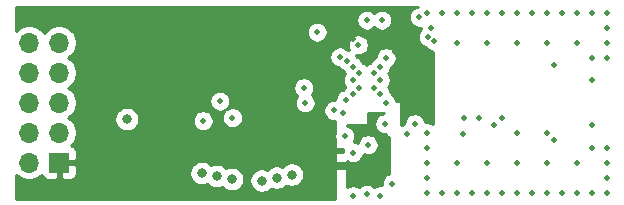
<source format=gbr>
%TF.GenerationSoftware,KiCad,Pcbnew,(5.1.6)-1*%
%TF.CreationDate,2020-07-26T08:56:46-05:00*%
%TF.ProjectId,nanoRT,6e616e6f-5254-42e6-9b69-6361645f7063,rev?*%
%TF.SameCoordinates,Original*%
%TF.FileFunction,Copper,L3,Inr*%
%TF.FilePolarity,Positive*%
%FSLAX46Y46*%
G04 Gerber Fmt 4.6, Leading zero omitted, Abs format (unit mm)*
G04 Created by KiCad (PCBNEW (5.1.6)-1) date 2020-07-26 08:56:46*
%MOMM*%
%LPD*%
G01*
G04 APERTURE LIST*
%TA.AperFunction,ViaPad*%
%ADD10O,1.700000X1.700000*%
%TD*%
%TA.AperFunction,ViaPad*%
%ADD11R,1.700000X1.700000*%
%TD*%
%TA.AperFunction,ViaPad*%
%ADD12C,0.812800*%
%TD*%
%TA.AperFunction,ViaPad*%
%ADD13C,0.508000*%
%TD*%
%TA.AperFunction,Conductor*%
%ADD14C,0.635000*%
%TD*%
%TA.AperFunction,Conductor*%
%ADD15C,0.254000*%
%TD*%
G04 APERTURE END LIST*
D10*
%TO.N,/SPI2_SCK*%
%TO.C,J2*%
X99695000Y-86360000D03*
%TO.N,/GDO1*%
X102235000Y-86360000D03*
%TO.N,/SPI2_~CS*%
X99695000Y-88900000D03*
%TO.N,/GDO0*%
X102235000Y-88900000D03*
%TO.N,/SPI2_MISO*%
X99695000Y-91440000D03*
%TO.N,GND*%
X102235000Y-91440000D03*
%TO.N,/SPI2_MOSI*%
X99695000Y-93980000D03*
%TO.N,GND*%
X102235000Y-93980000D03*
%TO.N,/5V_EXT*%
X99695000Y-96520000D03*
D11*
%TO.N,+3V3*%
X102235000Y-96520000D03*
%TD*%
D12*
%TO.N,GND*%
X121920000Y-97536000D03*
X119380000Y-98044000D03*
X120650000Y-97790000D03*
X116840000Y-97917000D03*
X115570000Y-97663000D03*
X114300000Y-97409000D03*
X107950000Y-92837000D03*
D13*
X132334000Y-93218000D03*
X131699000Y-94107000D03*
X129921000Y-87630000D03*
X129540000Y-84455000D03*
X128270000Y-84455000D03*
X124079000Y-85471000D03*
X123063000Y-91440000D03*
X122936000Y-90170000D03*
X136398000Y-94107000D03*
X139065000Y-93345000D03*
X133985000Y-86233000D03*
X132715000Y-84201000D03*
X133731000Y-85090000D03*
X133477000Y-85852000D03*
X127635000Y-90170000D03*
X128905000Y-90170000D03*
X128905000Y-88900000D03*
X127635000Y-88900000D03*
X127565998Y-86551983D03*
X127124002Y-88389002D03*
X129415998Y-88392000D03*
X129415998Y-90680998D03*
X127127000Y-90678000D03*
X127124002Y-89535000D03*
X129415998Y-89535000D03*
X133350000Y-93980000D03*
X133350000Y-95250000D03*
X133350000Y-96520000D03*
X133350000Y-97790000D03*
X133350000Y-99060000D03*
X134620000Y-99060000D03*
X135890000Y-99060000D03*
X137160000Y-99060000D03*
X138430000Y-99060000D03*
X139700000Y-99060000D03*
X140970000Y-99060000D03*
X142240000Y-99060000D03*
X143510000Y-99060000D03*
X144780000Y-99060000D03*
X146050000Y-99060000D03*
X147320000Y-99060000D03*
X148590000Y-99060000D03*
X148590000Y-97790000D03*
X148590000Y-96520000D03*
X148590000Y-95250000D03*
X148590000Y-87630000D03*
X148590000Y-86360000D03*
X148590000Y-85090000D03*
X148590000Y-83820000D03*
X147320000Y-83820000D03*
X146050000Y-83820000D03*
X144780000Y-83820000D03*
X143510000Y-83820000D03*
X142240000Y-83820000D03*
X140970000Y-83820000D03*
X139700000Y-83820000D03*
X138430000Y-83820000D03*
X137160000Y-83820000D03*
X135890000Y-83820000D03*
X134620000Y-83820000D03*
X133350000Y-83820000D03*
X144145000Y-94615000D03*
X144145000Y-88265000D03*
X147320000Y-89535000D03*
X147320000Y-93345000D03*
X147320000Y-87630000D03*
X147320000Y-95250000D03*
X128397000Y-94996000D03*
X129794000Y-93218000D03*
X126423957Y-94295067D03*
X129413000Y-99314000D03*
X130429000Y-98298000D03*
X128270000Y-99187000D03*
X127127000Y-95665002D03*
X127127000Y-99314000D03*
X139700000Y-92710000D03*
X136525000Y-92710000D03*
X137795000Y-92710000D03*
X135890000Y-96520000D03*
X138430000Y-96520000D03*
X140970000Y-96520000D03*
X143510000Y-96520000D03*
X146050000Y-96520000D03*
X140970000Y-93980000D03*
X143510000Y-93980000D03*
X146050000Y-86360000D03*
X143510000Y-86360000D03*
X140970000Y-86360000D03*
X138430000Y-86360000D03*
X135890000Y-86360000D03*
X114427000Y-92964000D03*
X115824000Y-91313000D03*
X116905998Y-92710000D03*
X126492000Y-91186000D03*
X126619000Y-87884000D03*
X129874002Y-91440000D03*
%TO.N,+3V3*%
X114300000Y-94361000D03*
X115570000Y-94361000D03*
X116586000Y-94234000D03*
X110109000Y-91440000D03*
X111760000Y-92964000D03*
X113411000Y-91313000D03*
X118110000Y-91186000D03*
X117094000Y-91186000D03*
X118999000Y-91186000D03*
X132207000Y-92202000D03*
X131191000Y-84328000D03*
X130556000Y-85090000D03*
X130556000Y-86233000D03*
X130683000Y-87122000D03*
X127074719Y-86042154D03*
X128651000Y-92456000D03*
X124712253Y-89591653D03*
X124201182Y-87087090D03*
%TO.N,/SPI2_MOSI*%
X125985735Y-87567368D03*
%TO.N,/SPI2_~CS*%
X126238000Y-92329000D03*
%TO.N,/GDO0*%
X125489754Y-92106901D03*
%TD*%
D14*
%TO.N,+3V3*%
X127127000Y-96774000D02*
X127381000Y-97028000D01*
X125476000Y-96774000D02*
X127127000Y-96774000D01*
X116586000Y-94234000D02*
X122936000Y-94234000D01*
X122936000Y-94234000D02*
X125476000Y-96774000D01*
%TD*%
D15*
%TO.N,+3V3*%
G36*
X132619141Y-83313651D02*
G01*
X132455688Y-83346164D01*
X132293901Y-83413179D01*
X132148296Y-83510469D01*
X132024469Y-83634296D01*
X131927179Y-83779901D01*
X131860164Y-83941688D01*
X131826000Y-84113441D01*
X131826000Y-84288559D01*
X131860164Y-84460312D01*
X131927179Y-84622099D01*
X132024469Y-84767704D01*
X132148296Y-84891531D01*
X132293901Y-84988821D01*
X132455688Y-85055836D01*
X132627441Y-85090000D01*
X132802559Y-85090000D01*
X132842000Y-85082155D01*
X132842000Y-85177559D01*
X132850662Y-85221103D01*
X132786469Y-85285296D01*
X132689179Y-85430901D01*
X132622164Y-85592688D01*
X132588000Y-85764441D01*
X132588000Y-85939559D01*
X132622164Y-86111312D01*
X132689179Y-86273099D01*
X132786469Y-86418704D01*
X132910296Y-86542531D01*
X133055901Y-86639821D01*
X133217688Y-86706836D01*
X133234674Y-86710215D01*
X133294469Y-86799704D01*
X133418296Y-86923531D01*
X133563901Y-87020821D01*
X133725688Y-87087836D01*
X133858000Y-87114155D01*
X133858000Y-93250244D01*
X133771099Y-93192179D01*
X133609312Y-93125164D01*
X133437559Y-93091000D01*
X133262441Y-93091000D01*
X133216954Y-93100048D01*
X133188836Y-92958688D01*
X133121821Y-92796901D01*
X133024531Y-92651296D01*
X132900704Y-92527469D01*
X132755099Y-92430179D01*
X132593312Y-92363164D01*
X132421559Y-92329000D01*
X132246441Y-92329000D01*
X132074688Y-92363164D01*
X131912901Y-92430179D01*
X131767296Y-92527469D01*
X131643469Y-92651296D01*
X131546179Y-92796901D01*
X131479164Y-92958688D01*
X131445000Y-93130441D01*
X131445000Y-93251107D01*
X131439688Y-93252164D01*
X131277901Y-93319179D01*
X131191000Y-93377244D01*
X131191000Y-91440000D01*
X131188560Y-91415224D01*
X131181333Y-91391399D01*
X131169597Y-91369443D01*
X131153803Y-91350197D01*
X131134557Y-91334403D01*
X131112601Y-91322667D01*
X131088776Y-91315440D01*
X131064000Y-91313000D01*
X130755157Y-91313000D01*
X130728838Y-91180688D01*
X130661823Y-91018901D01*
X130564533Y-90873296D01*
X130440706Y-90749469D01*
X130304998Y-90658792D01*
X130304998Y-90593439D01*
X130270834Y-90421686D01*
X130203819Y-90259899D01*
X130106529Y-90114294D01*
X130100234Y-90107999D01*
X130106529Y-90101704D01*
X130203819Y-89956099D01*
X130270834Y-89794312D01*
X130304998Y-89622559D01*
X130304998Y-89447441D01*
X130270834Y-89275688D01*
X130203819Y-89113901D01*
X130106529Y-88968296D01*
X130101733Y-88963500D01*
X130106529Y-88958704D01*
X130203819Y-88813099D01*
X130270834Y-88651312D01*
X130304998Y-88479559D01*
X130304998Y-88433189D01*
X130342099Y-88417821D01*
X130487704Y-88320531D01*
X130611531Y-88196704D01*
X130708821Y-88051099D01*
X130775836Y-87889312D01*
X130810000Y-87717559D01*
X130810000Y-87542441D01*
X130775836Y-87370688D01*
X130708821Y-87208901D01*
X130611531Y-87063296D01*
X130487704Y-86939469D01*
X130342099Y-86842179D01*
X130180312Y-86775164D01*
X130008559Y-86741000D01*
X129833441Y-86741000D01*
X129661688Y-86775164D01*
X129499901Y-86842179D01*
X129354296Y-86939469D01*
X129230469Y-87063296D01*
X129133179Y-87208901D01*
X129066164Y-87370688D01*
X129032000Y-87542441D01*
X129032000Y-87588811D01*
X128994899Y-87604179D01*
X128849294Y-87701469D01*
X128725467Y-87825296D01*
X128628177Y-87970901D01*
X128587418Y-88069300D01*
X128483901Y-88112179D01*
X128338296Y-88209469D01*
X128270000Y-88277765D01*
X128201704Y-88209469D01*
X128056099Y-88112179D01*
X127954081Y-88069921D01*
X127911823Y-87967903D01*
X127814533Y-87822298D01*
X127690706Y-87698471D01*
X127545101Y-87601181D01*
X127447323Y-87560679D01*
X127406821Y-87462901D01*
X127378953Y-87421194D01*
X127478439Y-87440983D01*
X127653557Y-87440983D01*
X127825310Y-87406819D01*
X127987097Y-87339804D01*
X128132702Y-87242514D01*
X128256529Y-87118687D01*
X128353819Y-86973082D01*
X128420834Y-86811295D01*
X128454998Y-86639542D01*
X128454998Y-86464424D01*
X128420834Y-86292671D01*
X128353819Y-86130884D01*
X128256529Y-85985279D01*
X128132702Y-85861452D01*
X127987097Y-85764162D01*
X127825310Y-85697147D01*
X127653557Y-85662983D01*
X127478439Y-85662983D01*
X127306686Y-85697147D01*
X127144899Y-85764162D01*
X126999294Y-85861452D01*
X126875467Y-85985279D01*
X126778177Y-86130884D01*
X126711162Y-86292671D01*
X126676998Y-86464424D01*
X126676998Y-86639542D01*
X126711162Y-86811295D01*
X126778177Y-86973082D01*
X126806045Y-87014789D01*
X126706559Y-86995000D01*
X126670602Y-86995000D01*
X126552439Y-86876837D01*
X126406834Y-86779547D01*
X126245047Y-86712532D01*
X126073294Y-86678368D01*
X125898176Y-86678368D01*
X125726423Y-86712532D01*
X125564636Y-86779547D01*
X125419031Y-86876837D01*
X125295204Y-87000664D01*
X125197914Y-87146269D01*
X125130899Y-87308056D01*
X125096735Y-87479809D01*
X125096735Y-87654927D01*
X125130899Y-87826680D01*
X125197914Y-87988467D01*
X125295204Y-88134072D01*
X125419031Y-88257899D01*
X125564636Y-88355189D01*
X125726423Y-88422204D01*
X125898176Y-88456368D01*
X125934133Y-88456368D01*
X126052296Y-88574531D01*
X126197901Y-88671821D01*
X126295679Y-88712323D01*
X126336181Y-88810101D01*
X126433471Y-88955706D01*
X126439766Y-88962001D01*
X126433471Y-88968296D01*
X126336181Y-89113901D01*
X126269166Y-89275688D01*
X126235002Y-89447441D01*
X126235002Y-89622559D01*
X126269166Y-89794312D01*
X126336181Y-89956099D01*
X126433471Y-90101704D01*
X126439766Y-90107999D01*
X126436469Y-90111296D01*
X126339179Y-90256901D01*
X126315218Y-90314748D01*
X126232688Y-90331164D01*
X126070901Y-90398179D01*
X125925296Y-90495469D01*
X125801469Y-90619296D01*
X125704179Y-90764901D01*
X125637164Y-90926688D01*
X125603000Y-91098441D01*
X125603000Y-91223010D01*
X125577313Y-91217901D01*
X125402195Y-91217901D01*
X125230442Y-91252065D01*
X125068655Y-91319080D01*
X124923050Y-91416370D01*
X124799223Y-91540197D01*
X124701933Y-91685802D01*
X124634918Y-91847589D01*
X124600754Y-92019342D01*
X124600754Y-92194460D01*
X124634918Y-92366213D01*
X124701933Y-92528000D01*
X124799223Y-92673605D01*
X124923050Y-92797432D01*
X125068655Y-92894722D01*
X125230442Y-92961737D01*
X125402195Y-92995901D01*
X125577313Y-92995901D01*
X125603000Y-92990792D01*
X125603000Y-93953965D01*
X125569121Y-94035755D01*
X125534957Y-94207508D01*
X125534957Y-94382626D01*
X125569121Y-94554379D01*
X125603000Y-94636169D01*
X125603000Y-95250000D01*
X125605440Y-95274776D01*
X125612667Y-95298601D01*
X125624403Y-95320557D01*
X125640197Y-95339803D01*
X125659443Y-95355597D01*
X125681399Y-95367333D01*
X125705224Y-95374560D01*
X125730000Y-95377000D01*
X126284048Y-95377000D01*
X126272164Y-95405690D01*
X126238000Y-95577443D01*
X126238000Y-95631000D01*
X125730000Y-95631000D01*
X125705224Y-95633440D01*
X125681399Y-95640667D01*
X125659443Y-95652403D01*
X125640197Y-95668197D01*
X125624403Y-95687443D01*
X125612667Y-95709399D01*
X125605440Y-95733224D01*
X125603000Y-95758000D01*
X125603000Y-99568000D01*
X98611570Y-99568000D01*
X98611570Y-97536677D01*
X98748368Y-97673475D01*
X98991589Y-97835990D01*
X99261842Y-97947932D01*
X99548740Y-98005000D01*
X99841260Y-98005000D01*
X100128158Y-97947932D01*
X100398411Y-97835990D01*
X100641632Y-97673475D01*
X100773487Y-97541620D01*
X100795498Y-97614180D01*
X100854463Y-97724494D01*
X100933815Y-97821185D01*
X101030506Y-97900537D01*
X101140820Y-97959502D01*
X101260518Y-97995812D01*
X101385000Y-98008072D01*
X101949250Y-98005000D01*
X102108000Y-97846250D01*
X102108000Y-96647000D01*
X102362000Y-96647000D01*
X102362000Y-97846250D01*
X102520750Y-98005000D01*
X103085000Y-98008072D01*
X103209482Y-97995812D01*
X103329180Y-97959502D01*
X103439494Y-97900537D01*
X103536185Y-97821185D01*
X103615537Y-97724494D01*
X103674502Y-97614180D01*
X103710812Y-97494482D01*
X103723072Y-97370000D01*
X103722726Y-97306431D01*
X113258600Y-97306431D01*
X113258600Y-97511569D01*
X113298620Y-97712765D01*
X113377123Y-97902288D01*
X113491092Y-98072854D01*
X113636146Y-98217908D01*
X113806712Y-98331877D01*
X113996235Y-98410380D01*
X114197431Y-98450400D01*
X114402569Y-98450400D01*
X114603765Y-98410380D01*
X114774074Y-98339836D01*
X114906146Y-98471908D01*
X115076712Y-98585877D01*
X115266235Y-98664380D01*
X115467431Y-98704400D01*
X115672569Y-98704400D01*
X115873765Y-98664380D01*
X116044074Y-98593836D01*
X116176146Y-98725908D01*
X116346712Y-98839877D01*
X116536235Y-98918380D01*
X116737431Y-98958400D01*
X116942569Y-98958400D01*
X117143765Y-98918380D01*
X117333288Y-98839877D01*
X117503854Y-98725908D01*
X117648908Y-98580854D01*
X117762877Y-98410288D01*
X117841380Y-98220765D01*
X117881400Y-98019569D01*
X117881400Y-97941431D01*
X118338600Y-97941431D01*
X118338600Y-98146569D01*
X118378620Y-98347765D01*
X118457123Y-98537288D01*
X118571092Y-98707854D01*
X118716146Y-98852908D01*
X118886712Y-98966877D01*
X119076235Y-99045380D01*
X119277431Y-99085400D01*
X119482569Y-99085400D01*
X119683765Y-99045380D01*
X119873288Y-98966877D01*
X120043854Y-98852908D01*
X120175926Y-98720836D01*
X120346235Y-98791380D01*
X120547431Y-98831400D01*
X120752569Y-98831400D01*
X120953765Y-98791380D01*
X121143288Y-98712877D01*
X121313854Y-98598908D01*
X121445926Y-98466836D01*
X121616235Y-98537380D01*
X121817431Y-98577400D01*
X122022569Y-98577400D01*
X122223765Y-98537380D01*
X122413288Y-98458877D01*
X122583854Y-98344908D01*
X122728908Y-98199854D01*
X122842877Y-98029288D01*
X122921380Y-97839765D01*
X122961400Y-97638569D01*
X122961400Y-97433431D01*
X122921380Y-97232235D01*
X122842877Y-97042712D01*
X122728908Y-96872146D01*
X122583854Y-96727092D01*
X122413288Y-96613123D01*
X122223765Y-96534620D01*
X122022569Y-96494600D01*
X121817431Y-96494600D01*
X121616235Y-96534620D01*
X121426712Y-96613123D01*
X121256146Y-96727092D01*
X121124074Y-96859164D01*
X120953765Y-96788620D01*
X120752569Y-96748600D01*
X120547431Y-96748600D01*
X120346235Y-96788620D01*
X120156712Y-96867123D01*
X119986146Y-96981092D01*
X119854074Y-97113164D01*
X119683765Y-97042620D01*
X119482569Y-97002600D01*
X119277431Y-97002600D01*
X119076235Y-97042620D01*
X118886712Y-97121123D01*
X118716146Y-97235092D01*
X118571092Y-97380146D01*
X118457123Y-97550712D01*
X118378620Y-97740235D01*
X118338600Y-97941431D01*
X117881400Y-97941431D01*
X117881400Y-97814431D01*
X117841380Y-97613235D01*
X117762877Y-97423712D01*
X117648908Y-97253146D01*
X117503854Y-97108092D01*
X117333288Y-96994123D01*
X117143765Y-96915620D01*
X116942569Y-96875600D01*
X116737431Y-96875600D01*
X116536235Y-96915620D01*
X116365926Y-96986164D01*
X116233854Y-96854092D01*
X116063288Y-96740123D01*
X115873765Y-96661620D01*
X115672569Y-96621600D01*
X115467431Y-96621600D01*
X115266235Y-96661620D01*
X115095926Y-96732164D01*
X114963854Y-96600092D01*
X114793288Y-96486123D01*
X114603765Y-96407620D01*
X114402569Y-96367600D01*
X114197431Y-96367600D01*
X113996235Y-96407620D01*
X113806712Y-96486123D01*
X113636146Y-96600092D01*
X113491092Y-96745146D01*
X113377123Y-96915712D01*
X113298620Y-97105235D01*
X113258600Y-97306431D01*
X103722726Y-97306431D01*
X103720000Y-96805750D01*
X103561250Y-96647000D01*
X102362000Y-96647000D01*
X102108000Y-96647000D01*
X102088000Y-96647000D01*
X102088000Y-96393000D01*
X102108000Y-96393000D01*
X102108000Y-96373000D01*
X102362000Y-96373000D01*
X102362000Y-96393000D01*
X103561250Y-96393000D01*
X103720000Y-96234250D01*
X103723072Y-95670000D01*
X103710812Y-95545518D01*
X103674502Y-95425820D01*
X103615537Y-95315506D01*
X103536185Y-95218815D01*
X103439494Y-95139463D01*
X103329180Y-95080498D01*
X103256620Y-95058487D01*
X103388475Y-94926632D01*
X103550990Y-94683411D01*
X103662932Y-94413158D01*
X103720000Y-94126260D01*
X103720000Y-93833740D01*
X103662932Y-93546842D01*
X103550990Y-93276589D01*
X103388475Y-93033368D01*
X103181632Y-92826525D01*
X103043804Y-92734431D01*
X106908600Y-92734431D01*
X106908600Y-92939569D01*
X106948620Y-93140765D01*
X107027123Y-93330288D01*
X107141092Y-93500854D01*
X107286146Y-93645908D01*
X107456712Y-93759877D01*
X107646235Y-93838380D01*
X107847431Y-93878400D01*
X108052569Y-93878400D01*
X108253765Y-93838380D01*
X108443288Y-93759877D01*
X108613854Y-93645908D01*
X108758908Y-93500854D01*
X108872877Y-93330288D01*
X108951380Y-93140765D01*
X108991400Y-92939569D01*
X108991400Y-92876441D01*
X113538000Y-92876441D01*
X113538000Y-93051559D01*
X113572164Y-93223312D01*
X113639179Y-93385099D01*
X113736469Y-93530704D01*
X113860296Y-93654531D01*
X114005901Y-93751821D01*
X114167688Y-93818836D01*
X114339441Y-93853000D01*
X114514559Y-93853000D01*
X114686312Y-93818836D01*
X114848099Y-93751821D01*
X114993704Y-93654531D01*
X115117531Y-93530704D01*
X115214821Y-93385099D01*
X115281836Y-93223312D01*
X115316000Y-93051559D01*
X115316000Y-92876441D01*
X115281836Y-92704688D01*
X115214821Y-92542901D01*
X115117531Y-92397296D01*
X114993704Y-92273469D01*
X114848099Y-92176179D01*
X114686312Y-92109164D01*
X114514559Y-92075000D01*
X114339441Y-92075000D01*
X114167688Y-92109164D01*
X114005901Y-92176179D01*
X113860296Y-92273469D01*
X113736469Y-92397296D01*
X113639179Y-92542901D01*
X113572164Y-92704688D01*
X113538000Y-92876441D01*
X108991400Y-92876441D01*
X108991400Y-92734431D01*
X108951380Y-92533235D01*
X108872877Y-92343712D01*
X108758908Y-92173146D01*
X108613854Y-92028092D01*
X108443288Y-91914123D01*
X108253765Y-91835620D01*
X108052569Y-91795600D01*
X107847431Y-91795600D01*
X107646235Y-91835620D01*
X107456712Y-91914123D01*
X107286146Y-92028092D01*
X107141092Y-92173146D01*
X107027123Y-92343712D01*
X106948620Y-92533235D01*
X106908600Y-92734431D01*
X103043804Y-92734431D01*
X103007240Y-92710000D01*
X103181632Y-92593475D01*
X103388475Y-92386632D01*
X103550990Y-92143411D01*
X103662932Y-91873158D01*
X103720000Y-91586260D01*
X103720000Y-91293740D01*
X103706415Y-91225441D01*
X114935000Y-91225441D01*
X114935000Y-91400559D01*
X114969164Y-91572312D01*
X115036179Y-91734099D01*
X115133469Y-91879704D01*
X115257296Y-92003531D01*
X115402901Y-92100821D01*
X115564688Y-92167836D01*
X115736441Y-92202000D01*
X115911559Y-92202000D01*
X116083312Y-92167836D01*
X116245099Y-92100821D01*
X116283803Y-92074960D01*
X116215467Y-92143296D01*
X116118177Y-92288901D01*
X116051162Y-92450688D01*
X116016998Y-92622441D01*
X116016998Y-92797559D01*
X116051162Y-92969312D01*
X116118177Y-93131099D01*
X116215467Y-93276704D01*
X116339294Y-93400531D01*
X116484899Y-93497821D01*
X116646686Y-93564836D01*
X116818439Y-93599000D01*
X116993557Y-93599000D01*
X117165310Y-93564836D01*
X117327097Y-93497821D01*
X117472702Y-93400531D01*
X117596529Y-93276704D01*
X117693819Y-93131099D01*
X117760834Y-92969312D01*
X117794998Y-92797559D01*
X117794998Y-92622441D01*
X117760834Y-92450688D01*
X117693819Y-92288901D01*
X117596529Y-92143296D01*
X117472702Y-92019469D01*
X117327097Y-91922179D01*
X117165310Y-91855164D01*
X116993557Y-91821000D01*
X116818439Y-91821000D01*
X116646686Y-91855164D01*
X116484899Y-91922179D01*
X116446195Y-91948040D01*
X116514531Y-91879704D01*
X116611821Y-91734099D01*
X116678836Y-91572312D01*
X116713000Y-91400559D01*
X116713000Y-91225441D01*
X116678836Y-91053688D01*
X116611821Y-90891901D01*
X116514531Y-90746296D01*
X116390704Y-90622469D01*
X116245099Y-90525179D01*
X116083312Y-90458164D01*
X115911559Y-90424000D01*
X115736441Y-90424000D01*
X115564688Y-90458164D01*
X115402901Y-90525179D01*
X115257296Y-90622469D01*
X115133469Y-90746296D01*
X115036179Y-90891901D01*
X114969164Y-91053688D01*
X114935000Y-91225441D01*
X103706415Y-91225441D01*
X103662932Y-91006842D01*
X103550990Y-90736589D01*
X103388475Y-90493368D01*
X103181632Y-90286525D01*
X103007240Y-90170000D01*
X103138281Y-90082441D01*
X122047000Y-90082441D01*
X122047000Y-90257559D01*
X122081164Y-90429312D01*
X122148179Y-90591099D01*
X122245469Y-90736704D01*
X122369296Y-90860531D01*
X122378850Y-90866915D01*
X122372469Y-90873296D01*
X122275179Y-91018901D01*
X122208164Y-91180688D01*
X122174000Y-91352441D01*
X122174000Y-91527559D01*
X122208164Y-91699312D01*
X122275179Y-91861099D01*
X122372469Y-92006704D01*
X122496296Y-92130531D01*
X122641901Y-92227821D01*
X122803688Y-92294836D01*
X122975441Y-92329000D01*
X123150559Y-92329000D01*
X123322312Y-92294836D01*
X123484099Y-92227821D01*
X123629704Y-92130531D01*
X123753531Y-92006704D01*
X123850821Y-91861099D01*
X123917836Y-91699312D01*
X123952000Y-91527559D01*
X123952000Y-91352441D01*
X123917836Y-91180688D01*
X123850821Y-91018901D01*
X123753531Y-90873296D01*
X123629704Y-90749469D01*
X123620150Y-90743085D01*
X123626531Y-90736704D01*
X123723821Y-90591099D01*
X123790836Y-90429312D01*
X123825000Y-90257559D01*
X123825000Y-90082441D01*
X123790836Y-89910688D01*
X123723821Y-89748901D01*
X123626531Y-89603296D01*
X123502704Y-89479469D01*
X123357099Y-89382179D01*
X123195312Y-89315164D01*
X123023559Y-89281000D01*
X122848441Y-89281000D01*
X122676688Y-89315164D01*
X122514901Y-89382179D01*
X122369296Y-89479469D01*
X122245469Y-89603296D01*
X122148179Y-89748901D01*
X122081164Y-89910688D01*
X122047000Y-90082441D01*
X103138281Y-90082441D01*
X103181632Y-90053475D01*
X103388475Y-89846632D01*
X103550990Y-89603411D01*
X103662932Y-89333158D01*
X103720000Y-89046260D01*
X103720000Y-88753740D01*
X103662932Y-88466842D01*
X103550990Y-88196589D01*
X103388475Y-87953368D01*
X103181632Y-87746525D01*
X103007240Y-87630000D01*
X103181632Y-87513475D01*
X103388475Y-87306632D01*
X103550990Y-87063411D01*
X103662932Y-86793158D01*
X103720000Y-86506260D01*
X103720000Y-86213740D01*
X103662932Y-85926842D01*
X103550990Y-85656589D01*
X103388475Y-85413368D01*
X103358548Y-85383441D01*
X123190000Y-85383441D01*
X123190000Y-85558559D01*
X123224164Y-85730312D01*
X123291179Y-85892099D01*
X123388469Y-86037704D01*
X123512296Y-86161531D01*
X123657901Y-86258821D01*
X123819688Y-86325836D01*
X123991441Y-86360000D01*
X124166559Y-86360000D01*
X124338312Y-86325836D01*
X124500099Y-86258821D01*
X124645704Y-86161531D01*
X124769531Y-86037704D01*
X124866821Y-85892099D01*
X124933836Y-85730312D01*
X124968000Y-85558559D01*
X124968000Y-85383441D01*
X124933836Y-85211688D01*
X124866821Y-85049901D01*
X124769531Y-84904296D01*
X124645704Y-84780469D01*
X124500099Y-84683179D01*
X124338312Y-84616164D01*
X124166559Y-84582000D01*
X123991441Y-84582000D01*
X123819688Y-84616164D01*
X123657901Y-84683179D01*
X123512296Y-84780469D01*
X123388469Y-84904296D01*
X123291179Y-85049901D01*
X123224164Y-85211688D01*
X123190000Y-85383441D01*
X103358548Y-85383441D01*
X103181632Y-85206525D01*
X102938411Y-85044010D01*
X102668158Y-84932068D01*
X102381260Y-84875000D01*
X102088740Y-84875000D01*
X101801842Y-84932068D01*
X101531589Y-85044010D01*
X101288368Y-85206525D01*
X101081525Y-85413368D01*
X100965000Y-85587760D01*
X100848475Y-85413368D01*
X100641632Y-85206525D01*
X100398411Y-85044010D01*
X100128158Y-84932068D01*
X99841260Y-84875000D01*
X99548740Y-84875000D01*
X99261842Y-84932068D01*
X98991589Y-85044010D01*
X98748368Y-85206525D01*
X98611570Y-85343323D01*
X98611570Y-84367441D01*
X127381000Y-84367441D01*
X127381000Y-84542559D01*
X127415164Y-84714312D01*
X127482179Y-84876099D01*
X127579469Y-85021704D01*
X127703296Y-85145531D01*
X127848901Y-85242821D01*
X128010688Y-85309836D01*
X128182441Y-85344000D01*
X128357559Y-85344000D01*
X128529312Y-85309836D01*
X128691099Y-85242821D01*
X128836704Y-85145531D01*
X128905000Y-85077235D01*
X128973296Y-85145531D01*
X129118901Y-85242821D01*
X129280688Y-85309836D01*
X129452441Y-85344000D01*
X129627559Y-85344000D01*
X129799312Y-85309836D01*
X129961099Y-85242821D01*
X130106704Y-85145531D01*
X130230531Y-85021704D01*
X130327821Y-84876099D01*
X130394836Y-84714312D01*
X130429000Y-84542559D01*
X130429000Y-84367441D01*
X130394836Y-84195688D01*
X130327821Y-84033901D01*
X130230531Y-83888296D01*
X130106704Y-83764469D01*
X129961099Y-83667179D01*
X129799312Y-83600164D01*
X129627559Y-83566000D01*
X129452441Y-83566000D01*
X129280688Y-83600164D01*
X129118901Y-83667179D01*
X128973296Y-83764469D01*
X128905000Y-83832765D01*
X128836704Y-83764469D01*
X128691099Y-83667179D01*
X128529312Y-83600164D01*
X128357559Y-83566000D01*
X128182441Y-83566000D01*
X128010688Y-83600164D01*
X127848901Y-83667179D01*
X127703296Y-83764469D01*
X127579469Y-83888296D01*
X127482179Y-84033901D01*
X127415164Y-84195688D01*
X127381000Y-84367441D01*
X98611570Y-84367441D01*
X98611570Y-83312000D01*
X132620244Y-83312000D01*
X132619141Y-83313651D01*
G37*
X132619141Y-83313651D02*
X132455688Y-83346164D01*
X132293901Y-83413179D01*
X132148296Y-83510469D01*
X132024469Y-83634296D01*
X131927179Y-83779901D01*
X131860164Y-83941688D01*
X131826000Y-84113441D01*
X131826000Y-84288559D01*
X131860164Y-84460312D01*
X131927179Y-84622099D01*
X132024469Y-84767704D01*
X132148296Y-84891531D01*
X132293901Y-84988821D01*
X132455688Y-85055836D01*
X132627441Y-85090000D01*
X132802559Y-85090000D01*
X132842000Y-85082155D01*
X132842000Y-85177559D01*
X132850662Y-85221103D01*
X132786469Y-85285296D01*
X132689179Y-85430901D01*
X132622164Y-85592688D01*
X132588000Y-85764441D01*
X132588000Y-85939559D01*
X132622164Y-86111312D01*
X132689179Y-86273099D01*
X132786469Y-86418704D01*
X132910296Y-86542531D01*
X133055901Y-86639821D01*
X133217688Y-86706836D01*
X133234674Y-86710215D01*
X133294469Y-86799704D01*
X133418296Y-86923531D01*
X133563901Y-87020821D01*
X133725688Y-87087836D01*
X133858000Y-87114155D01*
X133858000Y-93250244D01*
X133771099Y-93192179D01*
X133609312Y-93125164D01*
X133437559Y-93091000D01*
X133262441Y-93091000D01*
X133216954Y-93100048D01*
X133188836Y-92958688D01*
X133121821Y-92796901D01*
X133024531Y-92651296D01*
X132900704Y-92527469D01*
X132755099Y-92430179D01*
X132593312Y-92363164D01*
X132421559Y-92329000D01*
X132246441Y-92329000D01*
X132074688Y-92363164D01*
X131912901Y-92430179D01*
X131767296Y-92527469D01*
X131643469Y-92651296D01*
X131546179Y-92796901D01*
X131479164Y-92958688D01*
X131445000Y-93130441D01*
X131445000Y-93251107D01*
X131439688Y-93252164D01*
X131277901Y-93319179D01*
X131191000Y-93377244D01*
X131191000Y-91440000D01*
X131188560Y-91415224D01*
X131181333Y-91391399D01*
X131169597Y-91369443D01*
X131153803Y-91350197D01*
X131134557Y-91334403D01*
X131112601Y-91322667D01*
X131088776Y-91315440D01*
X131064000Y-91313000D01*
X130755157Y-91313000D01*
X130728838Y-91180688D01*
X130661823Y-91018901D01*
X130564533Y-90873296D01*
X130440706Y-90749469D01*
X130304998Y-90658792D01*
X130304998Y-90593439D01*
X130270834Y-90421686D01*
X130203819Y-90259899D01*
X130106529Y-90114294D01*
X130100234Y-90107999D01*
X130106529Y-90101704D01*
X130203819Y-89956099D01*
X130270834Y-89794312D01*
X130304998Y-89622559D01*
X130304998Y-89447441D01*
X130270834Y-89275688D01*
X130203819Y-89113901D01*
X130106529Y-88968296D01*
X130101733Y-88963500D01*
X130106529Y-88958704D01*
X130203819Y-88813099D01*
X130270834Y-88651312D01*
X130304998Y-88479559D01*
X130304998Y-88433189D01*
X130342099Y-88417821D01*
X130487704Y-88320531D01*
X130611531Y-88196704D01*
X130708821Y-88051099D01*
X130775836Y-87889312D01*
X130810000Y-87717559D01*
X130810000Y-87542441D01*
X130775836Y-87370688D01*
X130708821Y-87208901D01*
X130611531Y-87063296D01*
X130487704Y-86939469D01*
X130342099Y-86842179D01*
X130180312Y-86775164D01*
X130008559Y-86741000D01*
X129833441Y-86741000D01*
X129661688Y-86775164D01*
X129499901Y-86842179D01*
X129354296Y-86939469D01*
X129230469Y-87063296D01*
X129133179Y-87208901D01*
X129066164Y-87370688D01*
X129032000Y-87542441D01*
X129032000Y-87588811D01*
X128994899Y-87604179D01*
X128849294Y-87701469D01*
X128725467Y-87825296D01*
X128628177Y-87970901D01*
X128587418Y-88069300D01*
X128483901Y-88112179D01*
X128338296Y-88209469D01*
X128270000Y-88277765D01*
X128201704Y-88209469D01*
X128056099Y-88112179D01*
X127954081Y-88069921D01*
X127911823Y-87967903D01*
X127814533Y-87822298D01*
X127690706Y-87698471D01*
X127545101Y-87601181D01*
X127447323Y-87560679D01*
X127406821Y-87462901D01*
X127378953Y-87421194D01*
X127478439Y-87440983D01*
X127653557Y-87440983D01*
X127825310Y-87406819D01*
X127987097Y-87339804D01*
X128132702Y-87242514D01*
X128256529Y-87118687D01*
X128353819Y-86973082D01*
X128420834Y-86811295D01*
X128454998Y-86639542D01*
X128454998Y-86464424D01*
X128420834Y-86292671D01*
X128353819Y-86130884D01*
X128256529Y-85985279D01*
X128132702Y-85861452D01*
X127987097Y-85764162D01*
X127825310Y-85697147D01*
X127653557Y-85662983D01*
X127478439Y-85662983D01*
X127306686Y-85697147D01*
X127144899Y-85764162D01*
X126999294Y-85861452D01*
X126875467Y-85985279D01*
X126778177Y-86130884D01*
X126711162Y-86292671D01*
X126676998Y-86464424D01*
X126676998Y-86639542D01*
X126711162Y-86811295D01*
X126778177Y-86973082D01*
X126806045Y-87014789D01*
X126706559Y-86995000D01*
X126670602Y-86995000D01*
X126552439Y-86876837D01*
X126406834Y-86779547D01*
X126245047Y-86712532D01*
X126073294Y-86678368D01*
X125898176Y-86678368D01*
X125726423Y-86712532D01*
X125564636Y-86779547D01*
X125419031Y-86876837D01*
X125295204Y-87000664D01*
X125197914Y-87146269D01*
X125130899Y-87308056D01*
X125096735Y-87479809D01*
X125096735Y-87654927D01*
X125130899Y-87826680D01*
X125197914Y-87988467D01*
X125295204Y-88134072D01*
X125419031Y-88257899D01*
X125564636Y-88355189D01*
X125726423Y-88422204D01*
X125898176Y-88456368D01*
X125934133Y-88456368D01*
X126052296Y-88574531D01*
X126197901Y-88671821D01*
X126295679Y-88712323D01*
X126336181Y-88810101D01*
X126433471Y-88955706D01*
X126439766Y-88962001D01*
X126433471Y-88968296D01*
X126336181Y-89113901D01*
X126269166Y-89275688D01*
X126235002Y-89447441D01*
X126235002Y-89622559D01*
X126269166Y-89794312D01*
X126336181Y-89956099D01*
X126433471Y-90101704D01*
X126439766Y-90107999D01*
X126436469Y-90111296D01*
X126339179Y-90256901D01*
X126315218Y-90314748D01*
X126232688Y-90331164D01*
X126070901Y-90398179D01*
X125925296Y-90495469D01*
X125801469Y-90619296D01*
X125704179Y-90764901D01*
X125637164Y-90926688D01*
X125603000Y-91098441D01*
X125603000Y-91223010D01*
X125577313Y-91217901D01*
X125402195Y-91217901D01*
X125230442Y-91252065D01*
X125068655Y-91319080D01*
X124923050Y-91416370D01*
X124799223Y-91540197D01*
X124701933Y-91685802D01*
X124634918Y-91847589D01*
X124600754Y-92019342D01*
X124600754Y-92194460D01*
X124634918Y-92366213D01*
X124701933Y-92528000D01*
X124799223Y-92673605D01*
X124923050Y-92797432D01*
X125068655Y-92894722D01*
X125230442Y-92961737D01*
X125402195Y-92995901D01*
X125577313Y-92995901D01*
X125603000Y-92990792D01*
X125603000Y-93953965D01*
X125569121Y-94035755D01*
X125534957Y-94207508D01*
X125534957Y-94382626D01*
X125569121Y-94554379D01*
X125603000Y-94636169D01*
X125603000Y-95250000D01*
X125605440Y-95274776D01*
X125612667Y-95298601D01*
X125624403Y-95320557D01*
X125640197Y-95339803D01*
X125659443Y-95355597D01*
X125681399Y-95367333D01*
X125705224Y-95374560D01*
X125730000Y-95377000D01*
X126284048Y-95377000D01*
X126272164Y-95405690D01*
X126238000Y-95577443D01*
X126238000Y-95631000D01*
X125730000Y-95631000D01*
X125705224Y-95633440D01*
X125681399Y-95640667D01*
X125659443Y-95652403D01*
X125640197Y-95668197D01*
X125624403Y-95687443D01*
X125612667Y-95709399D01*
X125605440Y-95733224D01*
X125603000Y-95758000D01*
X125603000Y-99568000D01*
X98611570Y-99568000D01*
X98611570Y-97536677D01*
X98748368Y-97673475D01*
X98991589Y-97835990D01*
X99261842Y-97947932D01*
X99548740Y-98005000D01*
X99841260Y-98005000D01*
X100128158Y-97947932D01*
X100398411Y-97835990D01*
X100641632Y-97673475D01*
X100773487Y-97541620D01*
X100795498Y-97614180D01*
X100854463Y-97724494D01*
X100933815Y-97821185D01*
X101030506Y-97900537D01*
X101140820Y-97959502D01*
X101260518Y-97995812D01*
X101385000Y-98008072D01*
X101949250Y-98005000D01*
X102108000Y-97846250D01*
X102108000Y-96647000D01*
X102362000Y-96647000D01*
X102362000Y-97846250D01*
X102520750Y-98005000D01*
X103085000Y-98008072D01*
X103209482Y-97995812D01*
X103329180Y-97959502D01*
X103439494Y-97900537D01*
X103536185Y-97821185D01*
X103615537Y-97724494D01*
X103674502Y-97614180D01*
X103710812Y-97494482D01*
X103723072Y-97370000D01*
X103722726Y-97306431D01*
X113258600Y-97306431D01*
X113258600Y-97511569D01*
X113298620Y-97712765D01*
X113377123Y-97902288D01*
X113491092Y-98072854D01*
X113636146Y-98217908D01*
X113806712Y-98331877D01*
X113996235Y-98410380D01*
X114197431Y-98450400D01*
X114402569Y-98450400D01*
X114603765Y-98410380D01*
X114774074Y-98339836D01*
X114906146Y-98471908D01*
X115076712Y-98585877D01*
X115266235Y-98664380D01*
X115467431Y-98704400D01*
X115672569Y-98704400D01*
X115873765Y-98664380D01*
X116044074Y-98593836D01*
X116176146Y-98725908D01*
X116346712Y-98839877D01*
X116536235Y-98918380D01*
X116737431Y-98958400D01*
X116942569Y-98958400D01*
X117143765Y-98918380D01*
X117333288Y-98839877D01*
X117503854Y-98725908D01*
X117648908Y-98580854D01*
X117762877Y-98410288D01*
X117841380Y-98220765D01*
X117881400Y-98019569D01*
X117881400Y-97941431D01*
X118338600Y-97941431D01*
X118338600Y-98146569D01*
X118378620Y-98347765D01*
X118457123Y-98537288D01*
X118571092Y-98707854D01*
X118716146Y-98852908D01*
X118886712Y-98966877D01*
X119076235Y-99045380D01*
X119277431Y-99085400D01*
X119482569Y-99085400D01*
X119683765Y-99045380D01*
X119873288Y-98966877D01*
X120043854Y-98852908D01*
X120175926Y-98720836D01*
X120346235Y-98791380D01*
X120547431Y-98831400D01*
X120752569Y-98831400D01*
X120953765Y-98791380D01*
X121143288Y-98712877D01*
X121313854Y-98598908D01*
X121445926Y-98466836D01*
X121616235Y-98537380D01*
X121817431Y-98577400D01*
X122022569Y-98577400D01*
X122223765Y-98537380D01*
X122413288Y-98458877D01*
X122583854Y-98344908D01*
X122728908Y-98199854D01*
X122842877Y-98029288D01*
X122921380Y-97839765D01*
X122961400Y-97638569D01*
X122961400Y-97433431D01*
X122921380Y-97232235D01*
X122842877Y-97042712D01*
X122728908Y-96872146D01*
X122583854Y-96727092D01*
X122413288Y-96613123D01*
X122223765Y-96534620D01*
X122022569Y-96494600D01*
X121817431Y-96494600D01*
X121616235Y-96534620D01*
X121426712Y-96613123D01*
X121256146Y-96727092D01*
X121124074Y-96859164D01*
X120953765Y-96788620D01*
X120752569Y-96748600D01*
X120547431Y-96748600D01*
X120346235Y-96788620D01*
X120156712Y-96867123D01*
X119986146Y-96981092D01*
X119854074Y-97113164D01*
X119683765Y-97042620D01*
X119482569Y-97002600D01*
X119277431Y-97002600D01*
X119076235Y-97042620D01*
X118886712Y-97121123D01*
X118716146Y-97235092D01*
X118571092Y-97380146D01*
X118457123Y-97550712D01*
X118378620Y-97740235D01*
X118338600Y-97941431D01*
X117881400Y-97941431D01*
X117881400Y-97814431D01*
X117841380Y-97613235D01*
X117762877Y-97423712D01*
X117648908Y-97253146D01*
X117503854Y-97108092D01*
X117333288Y-96994123D01*
X117143765Y-96915620D01*
X116942569Y-96875600D01*
X116737431Y-96875600D01*
X116536235Y-96915620D01*
X116365926Y-96986164D01*
X116233854Y-96854092D01*
X116063288Y-96740123D01*
X115873765Y-96661620D01*
X115672569Y-96621600D01*
X115467431Y-96621600D01*
X115266235Y-96661620D01*
X115095926Y-96732164D01*
X114963854Y-96600092D01*
X114793288Y-96486123D01*
X114603765Y-96407620D01*
X114402569Y-96367600D01*
X114197431Y-96367600D01*
X113996235Y-96407620D01*
X113806712Y-96486123D01*
X113636146Y-96600092D01*
X113491092Y-96745146D01*
X113377123Y-96915712D01*
X113298620Y-97105235D01*
X113258600Y-97306431D01*
X103722726Y-97306431D01*
X103720000Y-96805750D01*
X103561250Y-96647000D01*
X102362000Y-96647000D01*
X102108000Y-96647000D01*
X102088000Y-96647000D01*
X102088000Y-96393000D01*
X102108000Y-96393000D01*
X102108000Y-96373000D01*
X102362000Y-96373000D01*
X102362000Y-96393000D01*
X103561250Y-96393000D01*
X103720000Y-96234250D01*
X103723072Y-95670000D01*
X103710812Y-95545518D01*
X103674502Y-95425820D01*
X103615537Y-95315506D01*
X103536185Y-95218815D01*
X103439494Y-95139463D01*
X103329180Y-95080498D01*
X103256620Y-95058487D01*
X103388475Y-94926632D01*
X103550990Y-94683411D01*
X103662932Y-94413158D01*
X103720000Y-94126260D01*
X103720000Y-93833740D01*
X103662932Y-93546842D01*
X103550990Y-93276589D01*
X103388475Y-93033368D01*
X103181632Y-92826525D01*
X103043804Y-92734431D01*
X106908600Y-92734431D01*
X106908600Y-92939569D01*
X106948620Y-93140765D01*
X107027123Y-93330288D01*
X107141092Y-93500854D01*
X107286146Y-93645908D01*
X107456712Y-93759877D01*
X107646235Y-93838380D01*
X107847431Y-93878400D01*
X108052569Y-93878400D01*
X108253765Y-93838380D01*
X108443288Y-93759877D01*
X108613854Y-93645908D01*
X108758908Y-93500854D01*
X108872877Y-93330288D01*
X108951380Y-93140765D01*
X108991400Y-92939569D01*
X108991400Y-92876441D01*
X113538000Y-92876441D01*
X113538000Y-93051559D01*
X113572164Y-93223312D01*
X113639179Y-93385099D01*
X113736469Y-93530704D01*
X113860296Y-93654531D01*
X114005901Y-93751821D01*
X114167688Y-93818836D01*
X114339441Y-93853000D01*
X114514559Y-93853000D01*
X114686312Y-93818836D01*
X114848099Y-93751821D01*
X114993704Y-93654531D01*
X115117531Y-93530704D01*
X115214821Y-93385099D01*
X115281836Y-93223312D01*
X115316000Y-93051559D01*
X115316000Y-92876441D01*
X115281836Y-92704688D01*
X115214821Y-92542901D01*
X115117531Y-92397296D01*
X114993704Y-92273469D01*
X114848099Y-92176179D01*
X114686312Y-92109164D01*
X114514559Y-92075000D01*
X114339441Y-92075000D01*
X114167688Y-92109164D01*
X114005901Y-92176179D01*
X113860296Y-92273469D01*
X113736469Y-92397296D01*
X113639179Y-92542901D01*
X113572164Y-92704688D01*
X113538000Y-92876441D01*
X108991400Y-92876441D01*
X108991400Y-92734431D01*
X108951380Y-92533235D01*
X108872877Y-92343712D01*
X108758908Y-92173146D01*
X108613854Y-92028092D01*
X108443288Y-91914123D01*
X108253765Y-91835620D01*
X108052569Y-91795600D01*
X107847431Y-91795600D01*
X107646235Y-91835620D01*
X107456712Y-91914123D01*
X107286146Y-92028092D01*
X107141092Y-92173146D01*
X107027123Y-92343712D01*
X106948620Y-92533235D01*
X106908600Y-92734431D01*
X103043804Y-92734431D01*
X103007240Y-92710000D01*
X103181632Y-92593475D01*
X103388475Y-92386632D01*
X103550990Y-92143411D01*
X103662932Y-91873158D01*
X103720000Y-91586260D01*
X103720000Y-91293740D01*
X103706415Y-91225441D01*
X114935000Y-91225441D01*
X114935000Y-91400559D01*
X114969164Y-91572312D01*
X115036179Y-91734099D01*
X115133469Y-91879704D01*
X115257296Y-92003531D01*
X115402901Y-92100821D01*
X115564688Y-92167836D01*
X115736441Y-92202000D01*
X115911559Y-92202000D01*
X116083312Y-92167836D01*
X116245099Y-92100821D01*
X116283803Y-92074960D01*
X116215467Y-92143296D01*
X116118177Y-92288901D01*
X116051162Y-92450688D01*
X116016998Y-92622441D01*
X116016998Y-92797559D01*
X116051162Y-92969312D01*
X116118177Y-93131099D01*
X116215467Y-93276704D01*
X116339294Y-93400531D01*
X116484899Y-93497821D01*
X116646686Y-93564836D01*
X116818439Y-93599000D01*
X116993557Y-93599000D01*
X117165310Y-93564836D01*
X117327097Y-93497821D01*
X117472702Y-93400531D01*
X117596529Y-93276704D01*
X117693819Y-93131099D01*
X117760834Y-92969312D01*
X117794998Y-92797559D01*
X117794998Y-92622441D01*
X117760834Y-92450688D01*
X117693819Y-92288901D01*
X117596529Y-92143296D01*
X117472702Y-92019469D01*
X117327097Y-91922179D01*
X117165310Y-91855164D01*
X116993557Y-91821000D01*
X116818439Y-91821000D01*
X116646686Y-91855164D01*
X116484899Y-91922179D01*
X116446195Y-91948040D01*
X116514531Y-91879704D01*
X116611821Y-91734099D01*
X116678836Y-91572312D01*
X116713000Y-91400559D01*
X116713000Y-91225441D01*
X116678836Y-91053688D01*
X116611821Y-90891901D01*
X116514531Y-90746296D01*
X116390704Y-90622469D01*
X116245099Y-90525179D01*
X116083312Y-90458164D01*
X115911559Y-90424000D01*
X115736441Y-90424000D01*
X115564688Y-90458164D01*
X115402901Y-90525179D01*
X115257296Y-90622469D01*
X115133469Y-90746296D01*
X115036179Y-90891901D01*
X114969164Y-91053688D01*
X114935000Y-91225441D01*
X103706415Y-91225441D01*
X103662932Y-91006842D01*
X103550990Y-90736589D01*
X103388475Y-90493368D01*
X103181632Y-90286525D01*
X103007240Y-90170000D01*
X103138281Y-90082441D01*
X122047000Y-90082441D01*
X122047000Y-90257559D01*
X122081164Y-90429312D01*
X122148179Y-90591099D01*
X122245469Y-90736704D01*
X122369296Y-90860531D01*
X122378850Y-90866915D01*
X122372469Y-90873296D01*
X122275179Y-91018901D01*
X122208164Y-91180688D01*
X122174000Y-91352441D01*
X122174000Y-91527559D01*
X122208164Y-91699312D01*
X122275179Y-91861099D01*
X122372469Y-92006704D01*
X122496296Y-92130531D01*
X122641901Y-92227821D01*
X122803688Y-92294836D01*
X122975441Y-92329000D01*
X123150559Y-92329000D01*
X123322312Y-92294836D01*
X123484099Y-92227821D01*
X123629704Y-92130531D01*
X123753531Y-92006704D01*
X123850821Y-91861099D01*
X123917836Y-91699312D01*
X123952000Y-91527559D01*
X123952000Y-91352441D01*
X123917836Y-91180688D01*
X123850821Y-91018901D01*
X123753531Y-90873296D01*
X123629704Y-90749469D01*
X123620150Y-90743085D01*
X123626531Y-90736704D01*
X123723821Y-90591099D01*
X123790836Y-90429312D01*
X123825000Y-90257559D01*
X123825000Y-90082441D01*
X123790836Y-89910688D01*
X123723821Y-89748901D01*
X123626531Y-89603296D01*
X123502704Y-89479469D01*
X123357099Y-89382179D01*
X123195312Y-89315164D01*
X123023559Y-89281000D01*
X122848441Y-89281000D01*
X122676688Y-89315164D01*
X122514901Y-89382179D01*
X122369296Y-89479469D01*
X122245469Y-89603296D01*
X122148179Y-89748901D01*
X122081164Y-89910688D01*
X122047000Y-90082441D01*
X103138281Y-90082441D01*
X103181632Y-90053475D01*
X103388475Y-89846632D01*
X103550990Y-89603411D01*
X103662932Y-89333158D01*
X103720000Y-89046260D01*
X103720000Y-88753740D01*
X103662932Y-88466842D01*
X103550990Y-88196589D01*
X103388475Y-87953368D01*
X103181632Y-87746525D01*
X103007240Y-87630000D01*
X103181632Y-87513475D01*
X103388475Y-87306632D01*
X103550990Y-87063411D01*
X103662932Y-86793158D01*
X103720000Y-86506260D01*
X103720000Y-86213740D01*
X103662932Y-85926842D01*
X103550990Y-85656589D01*
X103388475Y-85413368D01*
X103358548Y-85383441D01*
X123190000Y-85383441D01*
X123190000Y-85558559D01*
X123224164Y-85730312D01*
X123291179Y-85892099D01*
X123388469Y-86037704D01*
X123512296Y-86161531D01*
X123657901Y-86258821D01*
X123819688Y-86325836D01*
X123991441Y-86360000D01*
X124166559Y-86360000D01*
X124338312Y-86325836D01*
X124500099Y-86258821D01*
X124645704Y-86161531D01*
X124769531Y-86037704D01*
X124866821Y-85892099D01*
X124933836Y-85730312D01*
X124968000Y-85558559D01*
X124968000Y-85383441D01*
X124933836Y-85211688D01*
X124866821Y-85049901D01*
X124769531Y-84904296D01*
X124645704Y-84780469D01*
X124500099Y-84683179D01*
X124338312Y-84616164D01*
X124166559Y-84582000D01*
X123991441Y-84582000D01*
X123819688Y-84616164D01*
X123657901Y-84683179D01*
X123512296Y-84780469D01*
X123388469Y-84904296D01*
X123291179Y-85049901D01*
X123224164Y-85211688D01*
X123190000Y-85383441D01*
X103358548Y-85383441D01*
X103181632Y-85206525D01*
X102938411Y-85044010D01*
X102668158Y-84932068D01*
X102381260Y-84875000D01*
X102088740Y-84875000D01*
X101801842Y-84932068D01*
X101531589Y-85044010D01*
X101288368Y-85206525D01*
X101081525Y-85413368D01*
X100965000Y-85587760D01*
X100848475Y-85413368D01*
X100641632Y-85206525D01*
X100398411Y-85044010D01*
X100128158Y-84932068D01*
X99841260Y-84875000D01*
X99548740Y-84875000D01*
X99261842Y-84932068D01*
X98991589Y-85044010D01*
X98748368Y-85206525D01*
X98611570Y-85343323D01*
X98611570Y-84367441D01*
X127381000Y-84367441D01*
X127381000Y-84542559D01*
X127415164Y-84714312D01*
X127482179Y-84876099D01*
X127579469Y-85021704D01*
X127703296Y-85145531D01*
X127848901Y-85242821D01*
X128010688Y-85309836D01*
X128182441Y-85344000D01*
X128357559Y-85344000D01*
X128529312Y-85309836D01*
X128691099Y-85242821D01*
X128836704Y-85145531D01*
X128905000Y-85077235D01*
X128973296Y-85145531D01*
X129118901Y-85242821D01*
X129280688Y-85309836D01*
X129452441Y-85344000D01*
X129627559Y-85344000D01*
X129799312Y-85309836D01*
X129961099Y-85242821D01*
X130106704Y-85145531D01*
X130230531Y-85021704D01*
X130327821Y-84876099D01*
X130394836Y-84714312D01*
X130429000Y-84542559D01*
X130429000Y-84367441D01*
X130394836Y-84195688D01*
X130327821Y-84033901D01*
X130230531Y-83888296D01*
X130106704Y-83764469D01*
X129961099Y-83667179D01*
X129799312Y-83600164D01*
X129627559Y-83566000D01*
X129452441Y-83566000D01*
X129280688Y-83600164D01*
X129118901Y-83667179D01*
X128973296Y-83764469D01*
X128905000Y-83832765D01*
X128836704Y-83764469D01*
X128691099Y-83667179D01*
X128529312Y-83600164D01*
X128357559Y-83566000D01*
X128182441Y-83566000D01*
X128010688Y-83600164D01*
X127848901Y-83667179D01*
X127703296Y-83764469D01*
X127579469Y-83888296D01*
X127482179Y-84033901D01*
X127415164Y-84195688D01*
X127381000Y-84367441D01*
X98611570Y-84367441D01*
X98611570Y-83312000D01*
X132620244Y-83312000D01*
X132619141Y-83313651D01*
G36*
X129534688Y-92363164D02*
G01*
X129372901Y-92430179D01*
X129227296Y-92527469D01*
X129103469Y-92651296D01*
X129006179Y-92796901D01*
X128939164Y-92958688D01*
X128905000Y-93130441D01*
X128905000Y-93305559D01*
X128939164Y-93477312D01*
X129006179Y-93639099D01*
X129103469Y-93784704D01*
X129227296Y-93908531D01*
X129372901Y-94005821D01*
X129534688Y-94072836D01*
X129706441Y-94107000D01*
X129881559Y-94107000D01*
X129921000Y-94099155D01*
X129921000Y-94234000D01*
X129923440Y-94258776D01*
X129930667Y-94282601D01*
X129942403Y-94304557D01*
X129958197Y-94323803D01*
X129977443Y-94339597D01*
X129999399Y-94351333D01*
X130023224Y-94358560D01*
X130048000Y-94361000D01*
X130175000Y-94361000D01*
X130175000Y-97442107D01*
X130169688Y-97443164D01*
X130007901Y-97510179D01*
X129862296Y-97607469D01*
X129738469Y-97731296D01*
X129641179Y-97876901D01*
X129574164Y-98038688D01*
X129540000Y-98210441D01*
X129540000Y-98385559D01*
X129549793Y-98434793D01*
X129500559Y-98425000D01*
X129325441Y-98425000D01*
X129153688Y-98459164D01*
X128991901Y-98526179D01*
X128916677Y-98576442D01*
X128836704Y-98496469D01*
X128691099Y-98399179D01*
X128529312Y-98332164D01*
X128357559Y-98298000D01*
X128182441Y-98298000D01*
X128010688Y-98332164D01*
X127848901Y-98399179D01*
X127703296Y-98496469D01*
X127623323Y-98576442D01*
X127548099Y-98526179D01*
X127386312Y-98459164D01*
X127214559Y-98425000D01*
X127039441Y-98425000D01*
X126867688Y-98459164D01*
X126705901Y-98526179D01*
X126619000Y-98584244D01*
X126619000Y-96394758D01*
X126705901Y-96452823D01*
X126867688Y-96519838D01*
X127039441Y-96554002D01*
X127214559Y-96554002D01*
X127386312Y-96519838D01*
X127548099Y-96452823D01*
X127693704Y-96355533D01*
X127817531Y-96231706D01*
X127914821Y-96086101D01*
X127981836Y-95924314D01*
X128007203Y-95796787D01*
X128137688Y-95850836D01*
X128309441Y-95885000D01*
X128484559Y-95885000D01*
X128656312Y-95850836D01*
X128818099Y-95783821D01*
X128963704Y-95686531D01*
X129087531Y-95562704D01*
X129184821Y-95417099D01*
X129251836Y-95255312D01*
X129286000Y-95083559D01*
X129286000Y-94908441D01*
X129251836Y-94736688D01*
X129184821Y-94574901D01*
X129087531Y-94429296D01*
X128963704Y-94305469D01*
X128818099Y-94208179D01*
X128656312Y-94141164D01*
X128484559Y-94107000D01*
X128309441Y-94107000D01*
X128137688Y-94141164D01*
X127975901Y-94208179D01*
X127830296Y-94305469D01*
X127706469Y-94429296D01*
X127609179Y-94574901D01*
X127542164Y-94736688D01*
X127516797Y-94864215D01*
X127386312Y-94810166D01*
X127214559Y-94776002D01*
X127171797Y-94776002D01*
X127211778Y-94716166D01*
X127278793Y-94554379D01*
X127312957Y-94382626D01*
X127312957Y-94207508D01*
X127278793Y-94035755D01*
X127211778Y-93873968D01*
X127114488Y-93728363D01*
X126990661Y-93604536D01*
X126845056Y-93507246D01*
X126683269Y-93440231D01*
X126619000Y-93427447D01*
X126619000Y-93345000D01*
X128270000Y-93345000D01*
X128294776Y-93342560D01*
X128318601Y-93335333D01*
X128340557Y-93323597D01*
X128359803Y-93307803D01*
X128375597Y-93288557D01*
X128387333Y-93266601D01*
X128394560Y-93242776D01*
X128397000Y-93218000D01*
X128397000Y-92329000D01*
X129706441Y-92329000D01*
X129534688Y-92363164D01*
G37*
X129534688Y-92363164D02*
X129372901Y-92430179D01*
X129227296Y-92527469D01*
X129103469Y-92651296D01*
X129006179Y-92796901D01*
X128939164Y-92958688D01*
X128905000Y-93130441D01*
X128905000Y-93305559D01*
X128939164Y-93477312D01*
X129006179Y-93639099D01*
X129103469Y-93784704D01*
X129227296Y-93908531D01*
X129372901Y-94005821D01*
X129534688Y-94072836D01*
X129706441Y-94107000D01*
X129881559Y-94107000D01*
X129921000Y-94099155D01*
X129921000Y-94234000D01*
X129923440Y-94258776D01*
X129930667Y-94282601D01*
X129942403Y-94304557D01*
X129958197Y-94323803D01*
X129977443Y-94339597D01*
X129999399Y-94351333D01*
X130023224Y-94358560D01*
X130048000Y-94361000D01*
X130175000Y-94361000D01*
X130175000Y-97442107D01*
X130169688Y-97443164D01*
X130007901Y-97510179D01*
X129862296Y-97607469D01*
X129738469Y-97731296D01*
X129641179Y-97876901D01*
X129574164Y-98038688D01*
X129540000Y-98210441D01*
X129540000Y-98385559D01*
X129549793Y-98434793D01*
X129500559Y-98425000D01*
X129325441Y-98425000D01*
X129153688Y-98459164D01*
X128991901Y-98526179D01*
X128916677Y-98576442D01*
X128836704Y-98496469D01*
X128691099Y-98399179D01*
X128529312Y-98332164D01*
X128357559Y-98298000D01*
X128182441Y-98298000D01*
X128010688Y-98332164D01*
X127848901Y-98399179D01*
X127703296Y-98496469D01*
X127623323Y-98576442D01*
X127548099Y-98526179D01*
X127386312Y-98459164D01*
X127214559Y-98425000D01*
X127039441Y-98425000D01*
X126867688Y-98459164D01*
X126705901Y-98526179D01*
X126619000Y-98584244D01*
X126619000Y-96394758D01*
X126705901Y-96452823D01*
X126867688Y-96519838D01*
X127039441Y-96554002D01*
X127214559Y-96554002D01*
X127386312Y-96519838D01*
X127548099Y-96452823D01*
X127693704Y-96355533D01*
X127817531Y-96231706D01*
X127914821Y-96086101D01*
X127981836Y-95924314D01*
X128007203Y-95796787D01*
X128137688Y-95850836D01*
X128309441Y-95885000D01*
X128484559Y-95885000D01*
X128656312Y-95850836D01*
X128818099Y-95783821D01*
X128963704Y-95686531D01*
X129087531Y-95562704D01*
X129184821Y-95417099D01*
X129251836Y-95255312D01*
X129286000Y-95083559D01*
X129286000Y-94908441D01*
X129251836Y-94736688D01*
X129184821Y-94574901D01*
X129087531Y-94429296D01*
X128963704Y-94305469D01*
X128818099Y-94208179D01*
X128656312Y-94141164D01*
X128484559Y-94107000D01*
X128309441Y-94107000D01*
X128137688Y-94141164D01*
X127975901Y-94208179D01*
X127830296Y-94305469D01*
X127706469Y-94429296D01*
X127609179Y-94574901D01*
X127542164Y-94736688D01*
X127516797Y-94864215D01*
X127386312Y-94810166D01*
X127214559Y-94776002D01*
X127171797Y-94776002D01*
X127211778Y-94716166D01*
X127278793Y-94554379D01*
X127312957Y-94382626D01*
X127312957Y-94207508D01*
X127278793Y-94035755D01*
X127211778Y-93873968D01*
X127114488Y-93728363D01*
X126990661Y-93604536D01*
X126845056Y-93507246D01*
X126683269Y-93440231D01*
X126619000Y-93427447D01*
X126619000Y-93345000D01*
X128270000Y-93345000D01*
X128294776Y-93342560D01*
X128318601Y-93335333D01*
X128340557Y-93323597D01*
X128359803Y-93307803D01*
X128375597Y-93288557D01*
X128387333Y-93266601D01*
X128394560Y-93242776D01*
X128397000Y-93218000D01*
X128397000Y-92329000D01*
X129706441Y-92329000D01*
X129534688Y-92363164D01*
%TD*%
M02*

</source>
